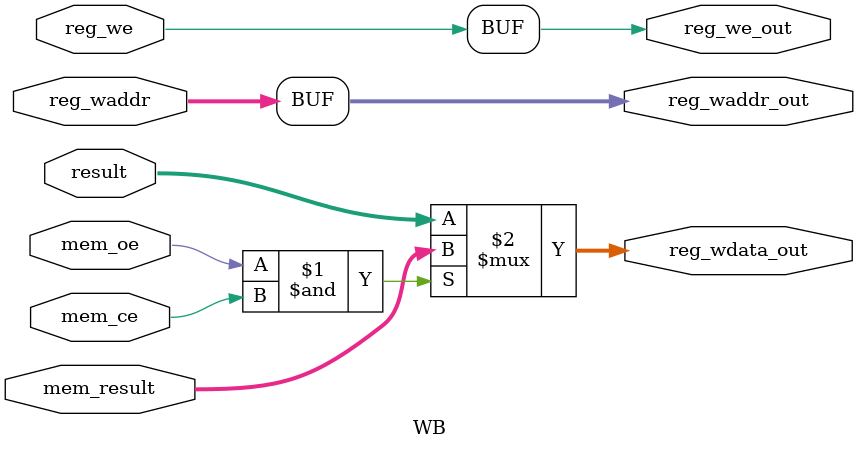
<source format=v>
module WB(
    input  wire [ 4: 0] reg_waddr      ,
    input  wire         reg_we         ,
    input  wire [31: 0] result         ,
    input  wire [31: 0] mem_result     ,
    input  wire         mem_oe         ,
    input  wire         mem_ce         ,

    output wire [ 4: 0] reg_waddr_out  ,
    output wire [31: 0] reg_wdata_out  ,
    output wire         reg_we_out     
);

    assign reg_we_out = reg_we;
    assign reg_waddr_out = reg_waddr;
    assign reg_wdata_out = mem_oe & mem_ce ? mem_result : result;


endmodule
</source>
